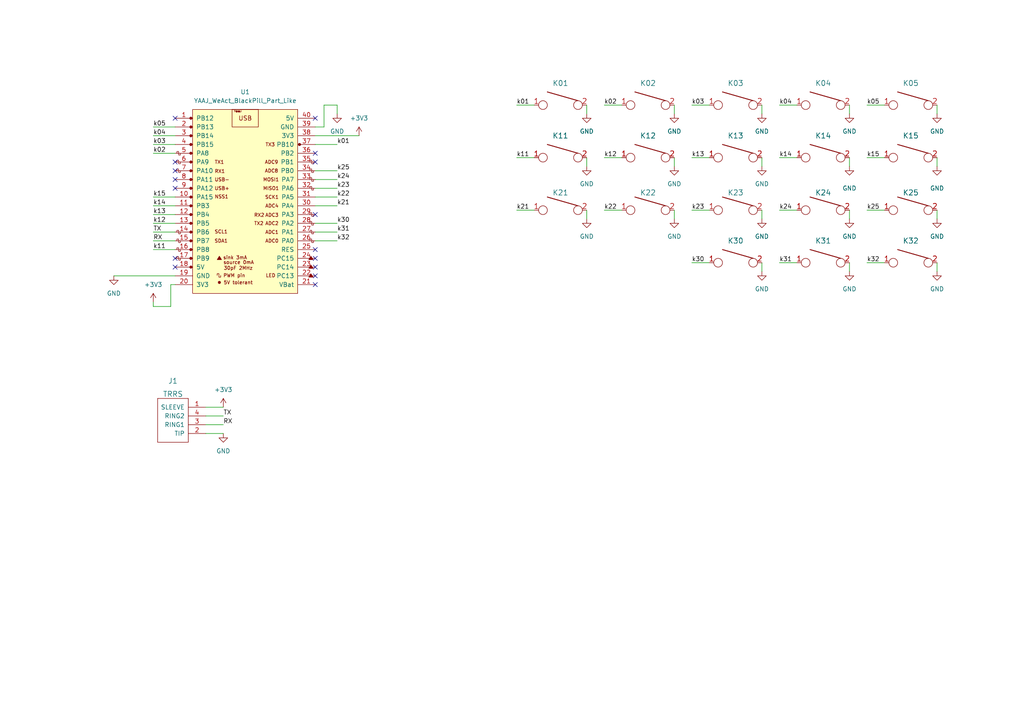
<source format=kicad_sch>
(kicad_sch (version 20230121) (generator eeschema)
  (paper "A4")
  (title_block (rev "rev1.0"))
  (lib_symbols
    (symbol "YAAJ_WeAct_BlackPill_Part_Like:YAAJ_WeAct_BlackPill_Part_Like" (pin_names (offset 1.016))
      (property "Reference" "U" (at -12.7 27.94 0))
      (property "Value" "YAAJ_WeAct_BlackPill_Part_Like" (at 0 2.54 90))
      (symbol "YAAJ_WeAct_BlackPill_Part_Like_0_0"
        (circle (center -15.748 -20.32) (radius 0.3556) (fill (type outline)))
        (circle (center -15.748 -17.78) (radius 0.3556) (fill (type outline)))
        (circle (center -15.748 -15.24) (radius 0.3556) (fill (type outline)))
        (circle (center -15.748 -12.7) (radius 0.3556) (fill (type outline)))
        (circle (center -15.748 -10.16) (radius 0.3556) (fill (type outline)))
        (circle (center -15.748 -7.62) (radius 0.3556) (fill (type outline)))
        (circle (center -15.748 -5.08) (radius 0.3556) (fill (type outline)))
        (circle (center -15.748 -2.54) (radius 0.3556) (fill (type outline)))
        (circle (center -15.748 0) (radius 0.3556) (fill (type outline)))
        (circle (center -15.748 2.54) (radius 0.3556) (fill (type outline)))
        (circle (center -15.748 5.08) (radius 0.3556) (fill (type outline)))
        (circle (center -15.748 7.62) (radius 0.3556) (fill (type outline)))
        (circle (center -15.748 10.16) (radius 0.3556) (fill (type outline)))
        (circle (center -15.748 12.7) (radius 0.3556) (fill (type outline)))
        (circle (center -15.748 15.24) (radius 0.3556) (fill (type outline)))
        (circle (center -15.748 17.78) (radius 0.3556) (fill (type outline)))
        (circle (center -15.748 22.86) (radius 0.3556) (fill (type outline)))
        (circle (center -7.493 -24.765) (radius 0.127) (fill (type outline)))
        (circle (center -7.493 -24.765) (radius 0.254))
        (circle (center -7.493 -24.765) (radius 0.3556))
        (polyline (pts (xy -8.128 -18.161) (xy -7.493 -17.145) (xy -6.858 -18.161) (xy -8.128 -18.161) (xy -7.493 -17.272) (xy -6.985 -18.161) (xy -8.001 -18.034) (xy -7.493 -17.399) (xy -7.112 -18.161) (xy -7.874 -17.907) (xy -7.366 -17.526) (xy -7.239 -18.161) (xy -7.747 -17.78) (xy -7.239 -17.653) (xy -7.366 -18.034) (xy -7.62 -17.78) (xy -7.366 -17.907) (xy -7.493 -17.653)))
        (polyline (pts (xy 18.415 -23.241) (xy 19.05 -22.225) (xy 19.685 -23.241) (xy 18.415 -23.241) (xy 19.05 -22.352) (xy 19.558 -23.241) (xy 18.542 -23.114) (xy 19.05 -22.479) (xy 19.431 -23.241) (xy 18.669 -22.987) (xy 19.177 -22.606) (xy 19.304 -23.241) (xy 18.796 -22.86) (xy 19.304 -22.733) (xy 19.177 -23.114) (xy 18.923 -22.86) (xy 19.177 -22.987) (xy 19.05 -22.733)))
        (polyline (pts (xy 18.415 -20.701) (xy 19.05 -19.685) (xy 19.685 -20.701) (xy 18.415 -20.701) (xy 19.05 -19.812) (xy 19.558 -20.701) (xy 18.542 -20.574) (xy 19.05 -19.939) (xy 19.431 -20.701) (xy 18.669 -20.447) (xy 19.177 -20.066) (xy 19.304 -20.701) (xy 18.796 -20.32) (xy 19.304 -20.193) (xy 19.177 -20.574) (xy 18.923 -20.32) (xy 19.177 -20.447) (xy 19.05 -20.193)))
        (polyline (pts (xy 18.415 -18.161) (xy 19.05 -17.145) (xy 19.685 -18.161) (xy 18.415 -18.161) (xy 19.05 -17.272) (xy 19.558 -18.161) (xy 18.542 -18.034) (xy 19.05 -17.399) (xy 19.431 -18.161) (xy 18.669 -17.907) (xy 19.177 -17.526) (xy 19.304 -18.161) (xy 18.796 -17.78) (xy 19.304 -17.653) (xy 19.177 -18.034) (xy 18.923 -17.78) (xy 19.177 -17.907) (xy 19.05 -17.653)))
        (circle (center 15.748 15.24) (radius 0.254) (fill (type outline)))
        (circle (center 15.748 15.24) (radius 0.3556))
        (text "30pF 2MHz" (at -2.032 -20.574 0) (effects (font (size 0.9906 0.9906))))
        (text "5V tolerant" (at -2.032 -24.765 0) (effects (font (size 0.9906 0.9906))))
        (text "ADC0" (at 7.747 -12.7 0) (effects (font (size 0.9906 0.9906))))
        (text "ADC1" (at 7.747 -10.16 0) (effects (font (size 0.9906 0.9906))))
        (text "ADC2" (at 7.747 -7.62 0) (effects (font (size 0.9906 0.9906))))
        (text "ADC3" (at 7.747 -5.207 0) (effects (font (size 0.9906 0.9906))))
        (text "ADC4" (at 7.747 -2.54 0) (effects (font (size 0.9906 0.9906))))
        (text "ADC8" (at 7.62 7.62 0) (effects (font (size 0.9906 0.9906))))
        (text "ADC9" (at 7.62 10.16 0) (effects (font (size 0.9906 0.9906))))
        (text "LED" (at 7.366 -22.733 0) (effects (font (size 0.9906 0.9906))))
        (text "MISO1" (at 7.493 2.54 0) (effects (font (size 0.9906 0.9906))))
        (text "MOSI1" (at 7.493 5.08 0) (effects (font (size 0.9906 0.9906))))
        (text "NSS1" (at -6.858 0.127 0) (effects (font (size 0.9906 0.9906))))
        (text "PWM pin" (at -3.175 -22.733 0) (effects (font (size 0.9906 0.9906))))
        (text "RX1" (at -7.366 7.493 0) (effects (font (size 0.9906 0.9906))))
        (text "RX2" (at 4.064 -5.207 0) (effects (font (size 0.9906 0.9906))))
        (text "SCK1" (at 7.747 0 0) (effects (font (size 0.9906 0.9906))))
        (text "SCL1" (at -6.985 -10.033 0) (effects (font (size 0.9906 0.9906))))
        (text "SDA1" (at -6.985 -12.7 0) (effects (font (size 0.9906 0.9906))))
        (text "sink 3mA" (at -2.921 -17.526 0) (effects (font (size 0.9906 0.9906))))
        (text "source 0mA" (at -1.905 -18.923 0) (effects (font (size 0.9906 0.9906))))
        (text "TX1" (at -7.493 10.16 0) (effects (font (size 0.9906 0.9906))))
        (text "TX2" (at 3.937 -7.62 0) (effects (font (size 0.9906 0.9906))))
        (text "TX3" (at 7.239 15.24 0) (effects (font (size 0.9906 0.9906))))
        (text "USB" (at 0 22.86 0) (effects (font (size 1.27 1.27))))
        (text "USB+" (at -6.731 2.54 0) (effects (font (size 0.9906 0.9906))))
        (text "USB-" (at -6.731 5.08 0) (effects (font (size 0.9906 0.9906))))
        (text "Y@@J" (at -2.159 24.892 0) (effects (font (size 0.508 0.508))))
      )
      (symbol "YAAJ_WeAct_BlackPill_Part_Like_0_1"
        (rectangle (start -15.24 25.4) (end 15.24 -27.94) (fill (type background)))
        (polyline (pts (xy -18.796 -17.78) (xy -18.796 -18.288) (xy -19.304 -18.288) (xy -19.304 -17.272) (xy -19.812 -17.272) (xy -19.812 -17.78)))
        (polyline (pts (xy -18.796 -15.24) (xy -18.796 -15.748) (xy -19.304 -15.748) (xy -19.304 -14.732) (xy -19.812 -14.732) (xy -19.812 -15.24)))
        (polyline (pts (xy -18.796 -12.7) (xy -18.796 -13.208) (xy -19.304 -13.208) (xy -19.304 -12.192) (xy -19.812 -12.192) (xy -19.812 -12.7)))
        (polyline (pts (xy -18.796 -10.16) (xy -18.796 -10.668) (xy -19.304 -10.668) (xy -19.304 -9.652) (xy -19.812 -9.652) (xy -19.812 -10.16)))
        (polyline (pts (xy -18.796 7.62) (xy -18.796 7.112) (xy -19.304 7.112) (xy -19.304 8.128) (xy -19.812 8.128) (xy -19.812 7.62)))
        (polyline (pts (xy -18.796 10.16) (xy -18.796 9.652) (xy -19.304 9.652) (xy -19.304 10.668) (xy -19.812 10.668) (xy -19.812 10.16)))
        (polyline (pts (xy -18.796 12.7) (xy -18.796 12.192) (xy -19.304 12.192) (xy -19.304 13.208) (xy -19.812 13.208) (xy -19.812 12.7)))
        (polyline (pts (xy -7.112 -22.733) (xy -7.112 -23.241) (xy -7.62 -23.241) (xy -7.62 -22.225) (xy -8.128 -22.225) (xy -8.128 -22.733)))
        (polyline (pts (xy 19.812 -12.7) (xy 19.812 -13.208) (xy 19.304 -13.208) (xy 19.304 -12.192) (xy 18.796 -12.192) (xy 18.796 -12.7)))
        (polyline (pts (xy 19.812 -10.16) (xy 19.812 -10.668) (xy 19.304 -10.668) (xy 19.304 -9.652) (xy 18.796 -9.652) (xy 18.796 -10.16)))
        (polyline (pts (xy 19.812 -7.62) (xy 19.812 -8.128) (xy 19.304 -8.128) (xy 19.304 -7.112) (xy 18.796 -7.112) (xy 18.796 -7.62)))
        (polyline (pts (xy 19.812 -5.08) (xy 19.812 -5.588) (xy 19.304 -5.588) (xy 19.304 -4.572) (xy 18.796 -4.572) (xy 18.796 -5.08)))
        (polyline (pts (xy 19.812 2.54) (xy 19.812 2.032) (xy 19.304 2.032) (xy 19.304 3.048) (xy 18.796 3.048) (xy 18.796 2.54)))
        (polyline (pts (xy 19.812 5.08) (xy 19.812 4.572) (xy 19.304 4.572) (xy 19.304 5.588) (xy 18.796 5.588) (xy 18.796 5.08)))
        (polyline (pts (xy 19.812 7.62) (xy 19.812 7.112) (xy 19.304 7.112) (xy 19.304 8.128) (xy 18.796 8.128) (xy 18.796 7.62)))
        (polyline (pts (xy 19.812 10.16) (xy 19.812 9.652) (xy 19.304 9.652) (xy 19.304 10.668) (xy 18.796 10.668) (xy 18.796 10.16)))
        (rectangle (start 3.81 25.4) (end -3.81 20.32))
      )
      (symbol "YAAJ_WeAct_BlackPill_Part_Like_1_1"
        (circle (center -15.748 20.32) (radius 0.3556) (fill (type outline)))
        (pin bidirectional line (at -20.32 22.86 0) (length 5.08) (name "PB12") (number "1"))
        (pin bidirectional line (at -20.32 0 0) (length 5.08) (name "PA15") (number "10"))
        (pin bidirectional line (at -20.32 -2.54 0) (length 5.08) (name "PB3") (number "11"))
        (pin bidirectional line (at -20.32 -5.08 0) (length 5.08) (name "PB4") (number "12"))
        (pin bidirectional line (at -20.32 -7.62 0) (length 5.08) (name "PB5") (number "13"))
        (pin bidirectional line (at -20.32 -10.16 0) (length 5.08) (name "PB6") (number "14"))
        (pin bidirectional line (at -20.32 -12.7 0) (length 5.08) (name "PB7") (number "15"))
        (pin bidirectional line (at -20.32 -15.24 0) (length 5.08) (name "PB8") (number "16"))
        (pin bidirectional line (at -20.32 -17.78 0) (length 5.08) (name "PB9") (number "17"))
        (pin power_in line (at -20.32 -20.32 0) (length 5.08) (name "5V") (number "18"))
        (pin power_in line (at -20.32 -22.86 0) (length 5.08) (name "GND") (number "19"))
        (pin bidirectional line (at -20.32 20.32 0) (length 5.08) (name "PB13") (number "2"))
        (pin power_in line (at -20.32 -25.4 0) (length 5.08) (name "3V3") (number "20"))
        (pin power_in line (at 20.32 -25.4 180) (length 5.08) (name "VBat") (number "21"))
        (pin bidirectional line (at 20.32 -22.86 180) (length 5.08) (name "PC13") (number "22"))
        (pin bidirectional line (at 20.32 -20.32 180) (length 5.08) (name "PC14") (number "23"))
        (pin bidirectional line (at 20.32 -17.78 180) (length 5.08) (name "PC15") (number "24"))
        (pin input line (at 20.32 -15.24 180) (length 5.08) (name "RES") (number "25"))
        (pin bidirectional line (at 20.32 -12.7 180) (length 5.08) (name "PA0") (number "26"))
        (pin bidirectional line (at 20.32 -10.16 180) (length 5.08) (name "PA1") (number "27"))
        (pin bidirectional line (at 20.32 -7.62 180) (length 5.08) (name "PA2") (number "28"))
        (pin bidirectional line (at 20.32 -5.08 180) (length 5.08) (name "PA3") (number "29"))
        (pin bidirectional line (at -20.32 17.78 0) (length 5.08) (name "PB14") (number "3"))
        (pin bidirectional line (at 20.32 -2.54 180) (length 5.08) (name "PA4") (number "30"))
        (pin bidirectional line (at 20.32 0 180) (length 5.08) (name "PA5") (number "31"))
        (pin bidirectional line (at 20.32 2.54 180) (length 5.08) (name "PA6") (number "32"))
        (pin bidirectional line (at 20.32 5.08 180) (length 5.08) (name "PA7") (number "33"))
        (pin bidirectional line (at 20.32 7.62 180) (length 5.08) (name "PB0") (number "34"))
        (pin bidirectional line (at 20.32 10.16 180) (length 5.08) (name "PB1") (number "35"))
        (pin bidirectional line (at 20.32 12.7 180) (length 5.08) (name "PB2") (number "36"))
        (pin bidirectional line (at 20.32 15.24 180) (length 5.08) (name "PB10") (number "37"))
        (pin power_in line (at 20.32 17.78 180) (length 5.08) (name "3V3") (number "38"))
        (pin power_in line (at 20.32 20.32 180) (length 5.08) (name "GND") (number "39"))
        (pin bidirectional line (at -20.32 15.24 0) (length 5.08) (name "PB15") (number "4"))
        (pin power_in line (at 20.32 22.86 180) (length 5.08) (name "5V") (number "40"))
        (pin bidirectional line (at -20.32 12.7 0) (length 5.08) (name "PA8") (number "5"))
        (pin bidirectional line (at -20.32 10.16 0) (length 5.08) (name "PA9") (number "6"))
        (pin bidirectional line (at -20.32 7.62 0) (length 5.08) (name "PA10") (number "7"))
        (pin bidirectional line (at -20.32 5.08 0) (length 5.08) (name "PA11") (number "8"))
        (pin bidirectional line (at -20.32 2.54 0) (length 5.08) (name "PA12") (number "9"))
      )
    )
    (symbol "keebio:TRRS" (pin_names (offset 1.016))
      (property "Reference" "U" (at 0 15.24 0))
      (property "Value" "TRRS" (at 0 -2.54 0))
      (symbol "TRRS_0_1"
        (rectangle (start -3.81 0) (end -3.81 12.7))
        (rectangle (start -3.81 12.7) (end 5.08 12.7))
        (rectangle (start 5.08 0) (end -3.81 0))
        (rectangle (start 5.08 12.7) (end 5.08 0))
      )
      (symbol "TRRS_1_1"
        (pin input line (at -8.89 2.54 0) (length 5.08) (name "SLEEVE") (number "1"))
        (pin input line (at -8.89 10.16 0) (length 5.08) (name "TIP") (number "2"))
        (pin input line (at -8.89 7.62 0) (length 5.08) (name "RING1") (number "3"))
        (pin input line (at -8.89 5.08 0) (length 5.08) (name "RING2") (number "4"))
      )
    )
    (symbol "keyboard_parts:KEYSW" (pin_names (offset 1.016))
      (property "Reference" "K?" (at -1.27 0 0))
      (symbol "KEYSW_0_1"
        (circle (center -5.08 0) (radius 1.27))
        (polyline (pts (xy -5.08 1.27) (xy 3.81 3.81)) (stroke (width 0.254)))
        (circle (center 5.08 0) (radius 1.27))
      )
      (symbol "KEYSW_1_1"
        (pin passive line (at 7.62 0 180) (length 1.27) (name "~") (number "1"))
        (pin passive line (at -7.62 0 0) (length 1.27) (name "~") (number "2"))
      )
    )
    (symbol "power:+3V3" (power) (pin_names (offset 0))
      (property "Value" "+3V3" (at 0 3.556 0))
      (symbol "+3V3_0_1"
        (polyline (pts (xy -0.762 1.27) (xy 0 2.54)))
        (polyline (pts (xy 0 0) (xy 0 2.54)))
        (polyline (pts (xy 0 2.54) (xy 0.762 1.27)))
      )
      (symbol "+3V3_1_1"
        (pin power_in line (at 0 0 90) (length 0) hide (name "+3V3") (number "1"))
      )
    )
    (symbol "power:GND" (power) (pin_names (offset 0))
      (property "Value" "GND" (at 0 -3.81 0))
      (symbol "GND_0_1"
        (polyline (pts (xy 0 0) (xy 0 -1.27) (xy 1.27 -1.27) (xy 0 -2.54) (xy -1.27 -1.27) (xy 0 -1.27)))
      )
      (symbol "GND_1_1"
        (pin power_in line (at 0 0 270) (length 0) hide (name "GND") (number "1"))
      )
    )
  )
  (no_connect (at 91.44 44.45))
  (no_connect (at 50.8 46.99))
  (no_connect (at 50.8 49.53))
  (no_connect (at 50.8 52.07))
  (no_connect (at 50.8 54.61))
  (no_connect (at 50.8 34.29))
  (no_connect (at 91.44 82.55))
  (no_connect (at 91.44 80.01))
  (no_connect (at 91.44 77.47))
  (no_connect (at 91.44 74.93))
  (no_connect (at 91.44 72.39))
  (no_connect (at 91.44 34.29))
  (no_connect (at 50.8 77.47))
  (no_connect (at 50.8 74.93))
  (no_connect (at 91.44 46.99))
  (no_connect (at 91.44 62.23))
  (wire (pts (xy 149.86 60.96) (xy 154.94 60.96)))
  (wire (pts (xy 44.45 72.39) (xy 50.8 72.39)))
  (wire (pts (xy 91.44 52.07) (xy 97.79 52.07)))
  (wire (pts (xy 200.66 45.72) (xy 205.74 45.72)))
  (wire (pts (xy 44.45 36.83) (xy 50.8 36.83)))
  (wire (pts (xy 251.46 30.48) (xy 256.54 30.48)))
  (wire (pts (xy 200.66 60.96) (xy 205.74 60.96)))
  (wire (pts (xy 149.86 45.72) (xy 154.94 45.72)))
  (wire (pts (xy 49.53 88.9) (xy 49.53 82.55)))
  (wire (pts (xy 44.45 88.9) (xy 49.53 88.9)))
  (wire (pts (xy 44.45 59.69) (xy 50.8 59.69)))
  (wire (pts (xy 175.26 60.96) (xy 180.34 60.96)))
  (wire (pts (xy 44.45 39.37) (xy 50.8 39.37)))
  (wire (pts (xy 251.46 60.96) (xy 256.54 60.96)))
  (wire (pts (xy 195.58 63.5) (xy 195.58 60.96)))
  (wire (pts (xy 246.38 48.26) (xy 246.38 45.72)))
  (wire (pts (xy 220.98 48.26) (xy 220.98 45.72)))
  (wire (pts (xy 93.98 36.83) (xy 93.98 30.48)))
  (wire (pts (xy 175.26 45.72) (xy 180.34 45.72)))
  (wire (pts (xy 246.38 78.74) (xy 246.38 76.2)))
  (wire (pts (xy 59.69 125.73) (xy 64.77 125.73)))
  (wire (pts (xy 44.45 44.45) (xy 50.8 44.45)))
  (wire (pts (xy 271.78 48.26) (xy 271.78 45.72)))
  (wire (pts (xy 91.44 36.83) (xy 93.98 36.83)))
  (wire (pts (xy 200.66 76.2) (xy 205.74 76.2)))
  (wire (pts (xy 91.44 69.85) (xy 97.79 69.85)))
  (wire (pts (xy 91.44 49.53) (xy 97.79 49.53)))
  (wire (pts (xy 226.06 45.72) (xy 231.14 45.72)))
  (wire (pts (xy 200.66 30.48) (xy 205.74 30.48)))
  (wire (pts (xy 220.98 78.74) (xy 220.98 76.2)))
  (wire (pts (xy 44.45 62.23) (xy 50.8 62.23)))
  (wire (pts (xy 97.79 30.48) (xy 97.79 33.02)))
  (wire (pts (xy 271.78 63.5) (xy 271.78 60.96)))
  (wire (pts (xy 195.58 48.26) (xy 195.58 45.72)))
  (wire (pts (xy 170.18 63.5) (xy 170.18 60.96)))
  (wire (pts (xy 59.69 123.19) (xy 64.77 123.19)))
  (wire (pts (xy 246.38 63.5) (xy 246.38 60.96)))
  (wire (pts (xy 91.44 54.61) (xy 97.79 54.61)))
  (wire (pts (xy 44.45 64.77) (xy 50.8 64.77)))
  (wire (pts (xy 226.06 30.48) (xy 231.14 30.48)))
  (wire (pts (xy 93.98 30.48) (xy 97.79 30.48)))
  (wire (pts (xy 91.44 67.31) (xy 97.79 67.31)))
  (wire (pts (xy 59.69 120.65) (xy 64.77 120.65)))
  (wire (pts (xy 170.18 48.26) (xy 170.18 45.72)))
  (wire (pts (xy 91.44 39.37) (xy 104.14 39.37)))
  (wire (pts (xy 175.26 30.48) (xy 180.34 30.48)))
  (wire (pts (xy 44.45 41.91) (xy 50.8 41.91)))
  (wire (pts (xy 91.44 57.15) (xy 97.79 57.15)))
  (wire (pts (xy 59.69 118.11) (xy 64.77 118.11)))
  (wire (pts (xy 91.44 59.69) (xy 97.79 59.69)))
  (wire (pts (xy 33.02 80.01) (xy 50.8 80.01)))
  (wire (pts (xy 195.58 33.02) (xy 195.58 30.48)))
  (wire (pts (xy 251.46 45.72) (xy 256.54 45.72)))
  (wire (pts (xy 226.06 60.96) (xy 231.14 60.96)))
  (wire (pts (xy 170.18 33.02) (xy 170.18 30.48)))
  (wire (pts (xy 226.06 76.2) (xy 231.14 76.2)))
  (wire (pts (xy 271.78 33.02) (xy 271.78 30.48)))
  (wire (pts (xy 246.38 33.02) (xy 246.38 30.48)))
  (wire (pts (xy 251.46 76.2) (xy 256.54 76.2)))
  (wire (pts (xy 49.53 82.55) (xy 50.8 82.55)))
  (wire (pts (xy 91.44 64.77) (xy 97.79 64.77)))
  (wire (pts (xy 44.45 69.85) (xy 50.8 69.85)))
  (wire (pts (xy 220.98 33.02) (xy 220.98 30.48)))
  (wire (pts (xy 149.86 30.48) (xy 154.94 30.48)))
  (wire (pts (xy 97.79 41.91) (xy 91.44 41.91)))
  (wire (pts (xy 44.45 87.63) (xy 44.45 88.9)))
  (wire (pts (xy 44.45 67.31) (xy 50.8 67.31)))
  (wire (pts (xy 271.78 78.74) (xy 271.78 76.2)))
  (wire (pts (xy 44.45 57.15) (xy 50.8 57.15)))
  (wire (pts (xy 220.98 63.5) (xy 220.98 60.96)))
  (label "TX" (at 64.77 120.65 0))
  (label "k03" (at 44.45 41.91 0))
  (label "k30" (at 200.66 76.2 0))
  (label "k02" (at 175.26 30.48 0))
  (label "k05" (at 44.45 36.83 0))
  (label "k04" (at 226.06 30.48 0))
  (label "k30" (at 97.79 64.77 0))
  (label "k11" (at 44.45 72.39 0))
  (label "k01" (at 97.79 41.91 0))
  (label "k03" (at 200.66 30.48 0))
  (label "RX" (at 44.45 69.85 0))
  (label "k15" (at 251.46 45.72 0))
  (label "k23" (at 200.66 60.96 0))
  (label "k32" (at 97.79 69.85 0))
  (label "k25" (at 97.79 49.53 0))
  (label "k24" (at 226.06 60.96 0))
  (label "TX" (at 44.45 67.31 0))
  (label "k05" (at 251.46 30.48 0))
  (label "k22" (at 175.26 60.96 0))
  (label "k12" (at 44.45 64.77 0))
  (label "k01" (at 149.86 30.48 0))
  (label "RX" (at 64.77 123.19 0))
  (label "k21" (at 97.79 59.69 0))
  (label "k31" (at 97.79 67.31 0))
  (label "k32" (at 251.46 76.2 0))
  (label "k15" (at 44.45 57.15 0))
  (label "k14" (at 226.06 45.72 0))
  (label "k12" (at 175.26 45.72 0))
  (label "k04" (at 44.45 39.37 0))
  (label "k11" (at 149.86 45.72 0))
  (label "k22" (at 97.79 57.15 0))
  (label "k02" (at 44.45 44.45 0))
  (label "k13" (at 44.45 62.23 0))
  (label "k24" (at 97.79 52.07 0))
  (label "k31" (at 226.06 76.2 0))
  (label "k13" (at 200.66 45.72 0))
  (label "k14" (at 44.45 59.69 0))
  (label "k21" (at 149.86 60.96 0))
  (label "k25" (at 251.46 60.96 0))
  (label "k23" (at 97.79 54.61 0))
  (symbol (lib_id "keyboard_parts:KEYSW") (at 264.16 76.2 0) (mirror y) (unit 1)
    (property "Reference" "K32" (at 264.16 69.85 0) (effects (font (size 1.524 1.524))))
    (property "Value" "KEYSW" (effects hide))
    (property "Footprint" "keyswitches:SW_MX_reversible" (effects hide))
  )
  (symbol (lib_id "power:GND") (at 195.58 48.26 0) (unit 1)
    (property "Reference" "#PWR0104" (effects hide))
    (property "Value" "GND" (at 195.58 53.34 0))
  )
  (symbol (lib_id "keyboard_parts:KEYSW") (at 238.76 60.96 0) (mirror y) (unit 1)
    (property "Reference" "K24" (at 238.76 55.88 0) (effects (font (size 1.524 1.524))))
    (property "Value" "KEYSW" (effects hide))
    (property "Footprint" "keyswitches:SW_MX_reversible" (effects hide))
  )
  (symbol (lib_id "power:GND") (at 64.77 125.73 0) (unit 1)
    (property "Reference" "#PWR0126" (effects hide))
    (property "Value" "GND" (at 64.77 130.81 0))
  )
  (symbol (lib_id "keyboard_parts:KEYSW") (at 264.16 45.72 0) (mirror y) (unit 1)
    (property "Reference" "K15" (at 264.16 39.37 0) (effects (font (size 1.524 1.524))))
    (property "Value" "KEYSW" (effects hide))
    (property "Footprint" "keyswitches:SW_MX_reversible" (effects hide))
  )
  (symbol (lib_id "power:GND") (at 195.58 63.5 0) (unit 1)
    (property "Reference" "#PWR0105" (effects hide))
    (property "Value" "GND" (at 195.58 68.58 0))
  )
  (symbol (lib_id "keyboard_parts:KEYSW") (at 213.36 30.48 0) (mirror y) (unit 1)
    (property "Reference" "K03" (at 213.36 24.13 0) (effects (font (size 1.524 1.524))))
    (property "Value" "KEYSW" (effects hide))
    (property "Footprint" "keyswitches:SW_MX_reversible" (effects hide))
  )
  (symbol (lib_id "power:GND") (at 246.38 63.5 0) (unit 1)
    (property "Reference" "#PWR0121" (effects hide))
    (property "Value" "GND" (at 246.38 68.58 0))
  )
  (symbol (lib_id "keyboard_parts:KEYSW") (at 187.96 30.48 0) (mirror y) (unit 1)
    (property "Reference" "K02" (at 187.96 24.13 0) (effects (font (size 1.524 1.524))))
    (property "Value" "KEYSW" (effects hide))
    (property "Footprint" "keyswitches:SW_MX_reversible" (effects hide))
  )
  (symbol (lib_id "keyboard_parts:KEYSW") (at 162.56 45.72 0) (mirror y) (unit 1)
    (property "Reference" "K11" (at 162.56 39.37 0) (effects (font (size 1.524 1.524))))
    (property "Value" "KEYSW" (effects hide))
    (property "Footprint" "keyswitches:SW_MX_reversible" (effects hide))
  )
  (symbol (lib_id "keyboard_parts:KEYSW") (at 187.96 60.96 0) (mirror y) (unit 1)
    (property "Reference" "K22" (at 187.96 55.88 0) (effects (font (size 1.524 1.524))))
    (property "Value" "KEYSW" (effects hide))
    (property "Footprint" "keyswitches:SW_MX_reversible" (effects hide))
  )
  (symbol (lib_id "power:GND") (at 271.78 33.02 0) (unit 1)
    (property "Reference" "#PWR0115" (effects hide))
    (property "Value" "GND" (at 271.78 38.1 0))
  )
  (symbol (lib_id "power:GND") (at 271.78 63.5 0) (unit 1)
    (property "Reference" "#PWR0118" (effects hide))
    (property "Value" "GND" (at 271.78 68.58 0))
  )
  (symbol (lib_id "power:GND") (at 271.78 78.74 0) (unit 1)
    (property "Reference" "#PWR0117" (effects hide))
    (property "Value" "GND" (at 271.78 83.82 0))
  )
  (symbol (lib_id "YAAJ_WeAct_BlackPill_Part_Like:YAAJ_WeAct_BlackPill_Part_Like") (at 71.12 57.15 0) (unit 1)
    (property "Reference" "U1" (at 71.12 26.67 0))
    (property "Value" "YAAJ_WeAct_BlackPill_Part_Like" (at 71.12 29.21 0))
    (property "Footprint" "Footprints:YAAJ_WeAct_BlackPill_2" (effects hide))
  )
  (symbol (lib_id "power:GND") (at 246.38 48.26 0) (unit 1)
    (property "Reference" "#PWR0119" (effects hide))
    (property "Value" "GND" (at 246.38 54.61 0))
  )
  (symbol (lib_id "power:GND") (at 170.18 63.5 0) (unit 1)
    (property "Reference" "#PWR0101" (effects hide))
    (property "Value" "GND" (at 170.18 68.58 0))
  )
  (symbol (lib_id "keyboard_parts:KEYSW") (at 238.76 30.48 0) (mirror y) (unit 1)
    (property "Reference" "K04" (at 238.76 24.13 0) (effects (font (size 1.524 1.524))))
    (property "Value" "KEYSW" (effects hide))
    (property "Footprint" "keyswitches:SW_MX_reversible" (effects hide))
  )
  (symbol (lib_id "power:GND") (at 246.38 78.74 0) (unit 1)
    (property "Reference" "#PWR0120" (effects hide))
    (property "Value" "GND" (at 246.38 83.82 0))
  )
  (symbol (lib_id "power:+3V3") (at 64.77 118.11 0) (unit 1)
    (property "Reference" "#PWR0108" (effects hide))
    (property "Value" "+3V3" (at 64.77 113.03 0))
  )
  (symbol (lib_id "keyboard_parts:KEYSW") (at 213.36 76.2 0) (mirror y) (unit 1)
    (property "Reference" "K30" (at 213.36 69.85 0) (effects (font (size 1.524 1.524))))
    (property "Value" "KEYSW" (effects hide))
    (property "Footprint" "keyswitches:SW_MX_reversible" (effects hide))
  )
  (symbol (lib_id "power:GND") (at 246.38 33.02 0) (unit 1)
    (property "Reference" "#PWR0112" (effects hide))
    (property "Value" "GND" (at 246.38 38.1 0))
  )
  (symbol (lib_id "keebio:TRRS") (at 50.8 115.57 180) (unit 1)
    (property "Reference" "J1" (at 50.165 110.49 0) (effects (font (size 1.524 1.524))))
    (property "Value" "TRRS" (at 50.165 114.3 0) (effects (font (size 1.524 1.524))))
    (property "Footprint" "Keebio-Parts:TRRS-PJ-320A" (effects hide))
  )
  (symbol (lib_id "power:GND") (at 271.78 48.26 0) (unit 1)
    (property "Reference" "#PWR0116" (effects hide))
    (property "Value" "GND" (at 271.78 54.61 0))
  )
  (symbol (lib_id "keyboard_parts:KEYSW") (at 213.36 60.96 0) (mirror y) (unit 1)
    (property "Reference" "K23" (at 213.36 55.88 0) (effects (font (size 1.524 1.524))))
    (property "Value" "KEYSW" (effects hide))
    (property "Footprint" "keyswitches:SW_MX_reversible" (effects hide))
  )
  (symbol (lib_id "keyboard_parts:KEYSW") (at 162.56 30.48 0) (mirror y) (unit 1)
    (property "Reference" "K01" (at 162.56 24.13 0) (effects (font (size 1.524 1.524))))
    (property "Value" "KEYSW" (effects hide))
    (property "Footprint" "keyswitches:SW_MX_reversible" (effects hide))
  )
  (symbol (lib_id "keyboard_parts:KEYSW") (at 264.16 60.96 0) (mirror y) (unit 1)
    (property "Reference" "K25" (at 264.16 55.88 0) (effects (font (size 1.524 1.524))))
    (property "Value" "KEYSW" (effects hide))
    (property "Footprint" "keyswitches:SW_MX_reversible" (effects hide))
  )
  (symbol (lib_id "keyboard_parts:KEYSW") (at 238.76 76.2 0) (mirror y) (unit 1)
    (property "Reference" "K31" (at 238.76 69.85 0) (effects (font (size 1.524 1.524))))
    (property "Value" "KEYSW" (effects hide))
    (property "Footprint" "keyswitches:SW_MX_reversible" (effects hide))
  )
  (symbol (lib_id "power:GND") (at 220.98 33.02 0) (unit 1)
    (property "Reference" "#PWR0123" (effects hide))
    (property "Value" "GND" (at 220.98 38.1 0))
  )
  (symbol (lib_id "keyboard_parts:KEYSW") (at 238.76 45.72 0) (mirror y) (unit 1)
    (property "Reference" "K14" (at 238.76 39.37 0) (effects (font (size 1.524 1.524))))
    (property "Value" "KEYSW" (effects hide))
    (property "Footprint" "keyswitches:SW_MX_reversible" (effects hide))
  )
  (symbol (lib_id "power:+3V3") (at 44.45 87.63 0) (unit 1)
    (property "Reference" "#PWR0107" (effects hide))
    (property "Value" "+3V3" (at 44.45 82.55 0))
  )
  (symbol (lib_id "power:GND") (at 33.02 80.01 0) (unit 1)
    (property "Reference" "#PWR0124" (effects hide))
    (property "Value" "GND" (at 33.02 85.09 0))
  )
  (symbol (lib_id "keyboard_parts:KEYSW") (at 213.36 45.72 0) (mirror y) (unit 1)
    (property "Reference" "K13" (at 213.36 39.37 0) (effects (font (size 1.524 1.524))))
    (property "Value" "KEYSW" (effects hide))
    (property "Footprint" "keyswitches:SW_MX_reversible" (effects hide))
  )
  (symbol (lib_id "power:+3V3") (at 104.14 39.37 0) (unit 1)
    (property "Reference" "#PWR0109" (effects hide))
    (property "Value" "+3V3" (at 104.14 34.29 0))
  )
  (symbol (lib_id "power:GND") (at 195.58 33.02 0) (unit 1)
    (property "Reference" "#PWR0103" (effects hide))
    (property "Value" "GND" (at 195.58 38.1 0))
  )
  (symbol (lib_id "power:GND") (at 220.98 48.26 0) (unit 1)
    (property "Reference" "#PWR0122" (effects hide))
    (property "Value" "GND" (at 220.98 53.34 0))
  )
  (symbol (lib_id "keyboard_parts:KEYSW") (at 162.56 60.96 0) (mirror y) (unit 1)
    (property "Reference" "K21" (at 162.56 55.88 0) (effects (font (size 1.524 1.524))))
    (property "Value" "KEYSW" (effects hide))
    (property "Footprint" "keyswitches:SW_MX_reversible" (effects hide))
  )
  (symbol (lib_id "keyboard_parts:KEYSW") (at 187.96 45.72 0) (mirror y) (unit 1)
    (property "Reference" "K12" (at 187.96 39.37 0) (effects (font (size 1.524 1.524))))
    (property "Value" "KEYSW" (effects hide))
    (property "Footprint" "keyswitches:SW_MX_reversible" (effects hide))
  )
  (symbol (lib_id "power:GND") (at 220.98 78.74 0) (unit 1)
    (property "Reference" "#PWR0113" (effects hide))
    (property "Value" "GND" (at 220.98 83.82 0))
  )
  (symbol (lib_id "power:GND") (at 170.18 33.02 0) (unit 1)
    (property "Reference" "#PWR0106" (effects hide))
    (property "Value" "GND" (at 170.18 38.1 0))
  )
  (symbol (lib_id "power:GND") (at 170.18 48.26 0) (unit 1)
    (property "Reference" "#PWR0102" (effects hide))
    (property "Value" "GND" (at 170.18 53.34 0))
  )
  (symbol (lib_id "power:GND") (at 220.98 63.5 0) (unit 1)
    (property "Reference" "#PWR0114" (effects hide))
    (property "Value" "GND" (at 220.98 68.58 0))
  )
  (symbol (lib_id "power:GND") (at 97.79 33.02 0) (unit 1)
    (property "Reference" "#PWR0110" (effects hide))
    (property "Value" "GND" (at 97.79 38.1 0))
  )
  (symbol (lib_id "keyboard_parts:KEYSW") (at 264.16 30.48 0) (mirror y) (unit 1)
    (property "Reference" "K05" (at 264.16 24.13 0) (effects (font (size 1.524 1.524))))
    (property "Value" "KEYSW" (effects hide))
    (property "Footprint" "keyswitches:SW_MX_reversible" (effects hide))
  )
)
</source>
